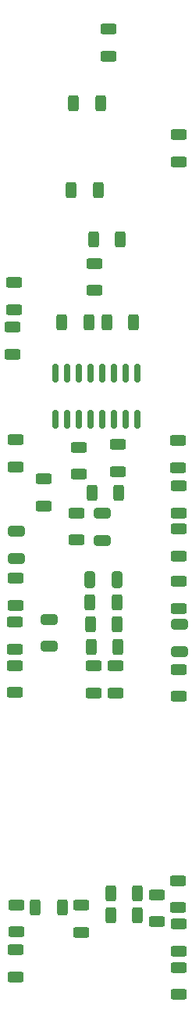
<source format=gbr>
%TF.GenerationSoftware,KiCad,Pcbnew,7.0.2*%
%TF.CreationDate,2023-06-13T14:31:56-04:00*%
%TF.ProjectId,as3340_no_mux,61733333-3430-45f6-9e6f-5f6d75782e6b,rev?*%
%TF.SameCoordinates,Original*%
%TF.FileFunction,Paste,Bot*%
%TF.FilePolarity,Positive*%
%FSLAX46Y46*%
G04 Gerber Fmt 4.6, Leading zero omitted, Abs format (unit mm)*
G04 Created by KiCad (PCBNEW 7.0.2) date 2023-06-13 14:31:56*
%MOMM*%
%LPD*%
G01*
G04 APERTURE LIST*
G04 Aperture macros list*
%AMRoundRect*
0 Rectangle with rounded corners*
0 $1 Rounding radius*
0 $2 $3 $4 $5 $6 $7 $8 $9 X,Y pos of 4 corners*
0 Add a 4 corners polygon primitive as box body*
4,1,4,$2,$3,$4,$5,$6,$7,$8,$9,$2,$3,0*
0 Add four circle primitives for the rounded corners*
1,1,$1+$1,$2,$3*
1,1,$1+$1,$4,$5*
1,1,$1+$1,$6,$7*
1,1,$1+$1,$8,$9*
0 Add four rect primitives between the rounded corners*
20,1,$1+$1,$2,$3,$4,$5,0*
20,1,$1+$1,$4,$5,$6,$7,0*
20,1,$1+$1,$6,$7,$8,$9,0*
20,1,$1+$1,$8,$9,$2,$3,0*%
G04 Aperture macros list end*
%ADD10RoundRect,0.250000X-0.312500X-0.625000X0.312500X-0.625000X0.312500X0.625000X-0.312500X0.625000X0*%
%ADD11RoundRect,0.250000X0.325000X0.650000X-0.325000X0.650000X-0.325000X-0.650000X0.325000X-0.650000X0*%
%ADD12RoundRect,0.250000X0.625000X-0.312500X0.625000X0.312500X-0.625000X0.312500X-0.625000X-0.312500X0*%
%ADD13RoundRect,0.250000X-0.625000X0.312500X-0.625000X-0.312500X0.625000X-0.312500X0.625000X0.312500X0*%
%ADD14RoundRect,0.250000X0.312500X0.625000X-0.312500X0.625000X-0.312500X-0.625000X0.312500X-0.625000X0*%
%ADD15RoundRect,0.150000X-0.150000X0.825000X-0.150000X-0.825000X0.150000X-0.825000X0.150000X0.825000X0*%
%ADD16RoundRect,0.250000X0.650000X-0.325000X0.650000X0.325000X-0.650000X0.325000X-0.650000X-0.325000X0*%
%ADD17RoundRect,0.250000X-0.650000X0.325000X-0.650000X-0.325000X0.650000X-0.325000X0.650000X0.325000X0*%
G04 APERTURE END LIST*
D10*
%TO.C,R46*%
X189545500Y-134493000D03*
X192470500Y-134493000D03*
%TD*%
D11*
%TO.C,C1*%
X190247800Y-98145600D03*
X187297800Y-98145600D03*
%TD*%
D12*
%TO.C,R60*%
X179120800Y-105653300D03*
X179120800Y-102728300D03*
%TD*%
%TO.C,R69*%
X196900800Y-101284500D03*
X196900800Y-98359500D03*
%TD*%
D10*
%TO.C,R6*%
X187665900Y-61366400D03*
X190590900Y-61366400D03*
%TD*%
D13*
%TO.C,R55*%
X179222400Y-83017900D03*
X179222400Y-85942900D03*
%TD*%
D10*
%TO.C,R34*%
X189139100Y-70307200D03*
X192064100Y-70307200D03*
%TD*%
D13*
%TO.C,R4*%
X196900800Y-140117100D03*
X196900800Y-143042100D03*
%TD*%
D12*
%TO.C,R58*%
X179120800Y-110377700D03*
X179120800Y-107452700D03*
%TD*%
D14*
%TO.C,R11*%
X190286100Y-103022400D03*
X187361100Y-103022400D03*
%TD*%
D13*
%TO.C,R25*%
X185826400Y-90942700D03*
X185826400Y-93867700D03*
%TD*%
%TO.C,R48*%
X179222400Y-98003900D03*
X179222400Y-100928900D03*
%TD*%
%TO.C,R37*%
X196951600Y-87996300D03*
X196951600Y-90921300D03*
%TD*%
D10*
%TO.C,R16*%
X185278300Y-55981600D03*
X188203300Y-55981600D03*
%TD*%
D13*
%TO.C,R10*%
X196850000Y-83119500D03*
X196850000Y-86044500D03*
%TD*%
%TO.C,R20*%
X186055000Y-83820000D03*
X186055000Y-86745000D03*
%TD*%
D12*
%TO.C,R67*%
X196850000Y-133644100D03*
X196850000Y-130719100D03*
%TD*%
D15*
%TO.C,U1*%
X183515000Y-75822000D03*
X184785000Y-75822000D03*
X186055000Y-75822000D03*
X187325000Y-75822000D03*
X188595000Y-75822000D03*
X189865000Y-75822000D03*
X191135000Y-75822000D03*
X192405000Y-75822000D03*
X192405000Y-80772000D03*
X191135000Y-80772000D03*
X189865000Y-80772000D03*
X188595000Y-80772000D03*
X187325000Y-80772000D03*
X186055000Y-80772000D03*
X184785000Y-80772000D03*
X183515000Y-80772000D03*
%TD*%
D13*
%TO.C,R9*%
X186385200Y-133411500D03*
X186385200Y-136336500D03*
%TD*%
D12*
%TO.C,R26*%
X196951600Y-138368500D03*
X196951600Y-135443500D03*
%TD*%
D10*
%TO.C,R64*%
X187411900Y-105460800D03*
X190336900Y-105460800D03*
%TD*%
D13*
%TO.C,R19*%
X179222400Y-138237500D03*
X179222400Y-141162500D03*
%TD*%
%TO.C,R3*%
X190296800Y-83525900D03*
X190296800Y-86450900D03*
%TD*%
%TO.C,R54*%
X179070000Y-66010600D03*
X179070000Y-68935600D03*
%TD*%
D14*
%TO.C,R7*%
X190438500Y-88747600D03*
X187513500Y-88747600D03*
%TD*%
D13*
%TO.C,R2*%
X189280800Y-38567900D03*
X189280800Y-41492900D03*
%TD*%
D10*
%TO.C,R8*%
X185532300Y-46634400D03*
X188457300Y-46634400D03*
%TD*%
D13*
%TO.C,R24*%
X182245000Y-87245000D03*
X182245000Y-90170000D03*
%TD*%
D16*
%TO.C,C2*%
X179324000Y-95861400D03*
X179324000Y-92911400D03*
%TD*%
D12*
%TO.C,R17*%
X194564000Y-135193500D03*
X194564000Y-132268500D03*
%TD*%
D10*
%TO.C,R12*%
X187310300Y-100584000D03*
X190235300Y-100584000D03*
%TD*%
D17*
%TO.C,C7*%
X182880000Y-102438200D03*
X182880000Y-105388200D03*
%TD*%
D13*
%TO.C,R51*%
X178917600Y-70825900D03*
X178917600Y-73750900D03*
%TD*%
D14*
%TO.C,R36*%
X187187300Y-70307200D03*
X184262300Y-70307200D03*
%TD*%
D10*
%TO.C,R40*%
X189545500Y-132080000D03*
X192470500Y-132080000D03*
%TD*%
D12*
%TO.C,R5*%
X196900800Y-52922900D03*
X196900800Y-49997900D03*
%TD*%
D14*
%TO.C,R39*%
X184291700Y-133654800D03*
X181366700Y-133654800D03*
%TD*%
D13*
%TO.C,R68*%
X190093600Y-107503500D03*
X190093600Y-110428500D03*
%TD*%
%TO.C,R38*%
X179324000Y-133360700D03*
X179324000Y-136285700D03*
%TD*%
D17*
%TO.C,C9*%
X188620400Y-90981000D03*
X188620400Y-93931000D03*
%TD*%
D13*
%TO.C,R62*%
X187706000Y-107503500D03*
X187706000Y-110428500D03*
%TD*%
D17*
%TO.C,C3*%
X197002400Y-103020600D03*
X197002400Y-105970600D03*
%TD*%
D12*
%TO.C,R66*%
X196900800Y-110784100D03*
X196900800Y-107859100D03*
%TD*%
%TO.C,R1*%
X196900800Y-95594900D03*
X196900800Y-92669900D03*
%TD*%
D13*
%TO.C,R50*%
X187756800Y-63917100D03*
X187756800Y-66842100D03*
%TD*%
M02*

</source>
